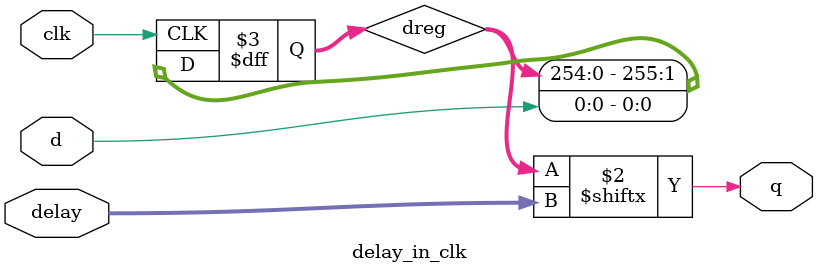
<source format=v>
module jtag_signal_out #(
  parameter FC_WIDTH = 9
)(
  input wire clk_max,
  input wire [1:0] vector_data,
  output reg get_next_data,
  input wire data_ready,
  input wire wait_state,
  input wire [31:0] tck_width,
  input wire [31:0] tck_delay,
  input wire [31:0] tms_delay,
  input wire [31:0] tdi_delay,
  output wire tck,
  output wire tms,
  output wire tdi,
  input wire tdo_in,
  output reg tdo
);

  reg [(FC_WIDTH-1):0] fast_counter;
  reg [(FC_WIDTH-1):0] fast_counter_reg;
  reg [1:0] vector_data_reg;
  reg tck_out, tms_out, tdi_out;
  wire tck_neg, tck_pos, tms_next, tdi_next;
  wire fast_counter_zero, fast_counter_half, fast_counter_max;


/*  always @(posedge clk_max) begin
    tck_neg = fast_counter_reg[(FC_WIDTH-1):0] == tck_delay[(FC_WIDTH-1):0];
    tck_pos = fast_counter_reg[(FC_WIDTH-1):0] == tck_delay[(FC_WIDTH-1):0] + {1'b0, tck_width[(FC_WIDTH-1):1]};
    tms_next = fast_counter_reg[(FC_WIDTH-1):0] == tms_delay[(FC_WIDTH-1):0];
    tdi_next = fast_counter_reg[(FC_WIDTH-1):0] == tdi_delay[(FC_WIDTH-1):0];
    fast_counter_zero = |fast_counter_reg[(FC_WIDTH-1):0] == 0;
    fast_counter_half = fast_counter_reg[(FC_WIDTH-1):0] == {1'b0, tck_width[(FC_WIDTH-1):1]};
    fast_counter_max = fast_counter_reg[(FC_WIDTH-1):0] == tck_width[(FC_WIDTH-1):0];
  end*/
  equal3clk res_tck_neg( .clk(clk_max), .a(fast_counter_reg[(FC_WIDTH-1):0]), .b(tck_delay[(FC_WIDTH-1):0]), .res(tck_neg) );
  equal3clk res_tck_pos( .clk(clk_max), .a(fast_counter_reg[(FC_WIDTH-1):0]), .b(tck_delay[(FC_WIDTH-1):0] + {1'b0, tck_width[(FC_WIDTH-1):1]}), .res(tck_pos) );
  equal3clk res_tms_next( .clk(clk_max), .a(fast_counter_reg[(FC_WIDTH-1):0]), .b(tms_delay[(FC_WIDTH-1):0]), .res(tms_next) );
  equal3clk res_tdi_next( .clk(clk_max), .a(fast_counter_reg[(FC_WIDTH-1):0]), .b(tdi_delay[(FC_WIDTH-1):0]), .res(tdi_next) );
  equal3clk res_fast_counter_zero( .clk(clk_max), .a(fast_counter_reg[(FC_WIDTH-1):0]), .b({FC_WIDTH{1'b0}}), .res(fast_counter_zero) );
  equal3clk res_fast_counter_half( .clk(clk_max), .a(fast_counter_reg[(FC_WIDTH-1):0]), .b({1'b0, tck_width[(FC_WIDTH-1):1]}), .res(fast_counter_half) );
  equal3clk res_fast_counter_max( .clk(clk_max), .a(fast_counter_reg[(FC_WIDTH-1):0]), .b(tck_width[(FC_WIDTH-1):0]), .res(fast_counter_max) );

  always @(posedge clk_max) begin
    if (tck_neg)
      tck_out <= 1'b0;
    else if (tck_pos)
      tck_out <= 1'b1;
  end
/*  SRFF srff_tck_out (
    .s(tck_pos),
    .r(tck_neg),
    .clk(clk_max),
    .clrn(1'b1),
    .prn(1'b1),
    .q(tck)
  );*/

  always @(posedge clk_max) begin
    if (fast_counter_zero)
      get_next_data <= 1'b1;
    else if (fast_counter_half)
      get_next_data <= 1'b0;
  end
/*  SRFF srff_get_next_data (
    .s(fast_counter_zero),
    .r(fast_counter_half),
    .clk(clk_max),
    .clrn(1'b1),
    .prn(1'b1),
    .q(get_next_data)
  );*/

  always @(posedge clk_max) begin
    if (tms_next)
      tms_out <= vector_data_reg[1];
  end

  always @(posedge clk_max) begin
    if (tdi_next)
      tdi_out <= vector_data_reg[0];
  end

  always @(posedge clk_max) begin
    if (fast_counter_max)
      vector_data_reg[1:0] <= vector_data[1:0];
  end

  //always @(posedge fast_counter_max or posedge clk_max) begin
  always @(posedge clk_max) begin
      if (fast_counter_max)
      fast_counter <= {FC_WIDTH{1'b0}};
    else
      fast_counter <= fast_counter + 1'b1;
  end

  always @(posedge clk_max) begin
    fast_counter_reg <= fast_counter;
  end

  assign tck = tck_out;
  assign tms = tms_out;
  assign tdi = tdi_out;
  //delay_in_clk tck_dl( .clk(clk_max), .delay(tck_delay), .d(tck_out), .q(tck) );
  //delay_in_clk tms_dl( .clk(clk_max), .delay(tms_delay), .d(tms_out), .q(tms) );
  //delay_in_clk tdi_dl( .clk(clk_max), .delay(tdi_delay), .d(tdi_out), .q(tdi) );
  //delay_in_clk tdo_dl( .clk(clk_max), .delay(tdo_delay), .d(tdo_in), .q(tdo) );
  always @(posedge clk_max) begin
    if (tck_pos)
      tdo = tdo_in;
  end


endmodule

module equal3clk (
  input wire clk,
  input wire [8:0] a,
  input wire [8:0] b,
  output reg res
);

  reg [8:0] equal_stage_1;
  reg [2:0] equal_stage_2;

  always @(posedge clk) begin
    equal_stage_1 <= a ~^ b;
  end

  always @(posedge clk) begin
    equal_stage_2[0] <= &equal_stage_1[(3*0+2):(3*0)];
    equal_stage_2[1] <= &equal_stage_1[(3*1+2):(3*1)];
    equal_stage_2[2] <= &equal_stage_1[(3*2+2):(3*2)];
  end

  always @(posedge clk) begin
    res <= &equal_stage_2;
  end

endmodule


module delay_in_clk #(
  parameter DELAY_WIDTH = 8
) (
  input wire clk,
  input wire  [(DELAY_WIDTH-1):0] delay,
  input wire  d,
  output wire q
);

  reg [(2**DELAY_WIDTH-1):0] dreg;

  always @ (posedge clk) begin
    dreg[(2**DELAY_WIDTH-1):0] <= {dreg[(2**DELAY_WIDTH-2):0],d};
  end

  assign q = dreg[delay];

endmodule

</source>
